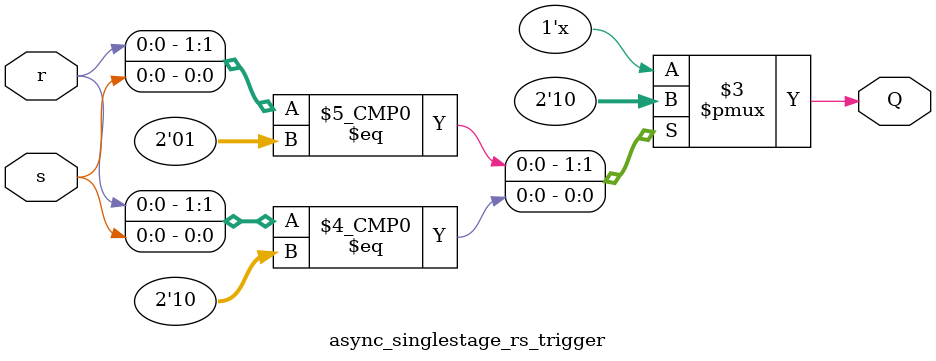
<source format=v>
`timescale 1ns / 1ps
module async_singlestage_rs_trigger(r, s, Q);
input r, s;
output Q;
reg Q;

always @(r or s)
begin
    case({r, s})
        0: Q <= Q;
        1: Q <= 1;
        2: Q <= 0;
        3: Q <= 1'bx;
    endcase
end
endmodule

</source>
